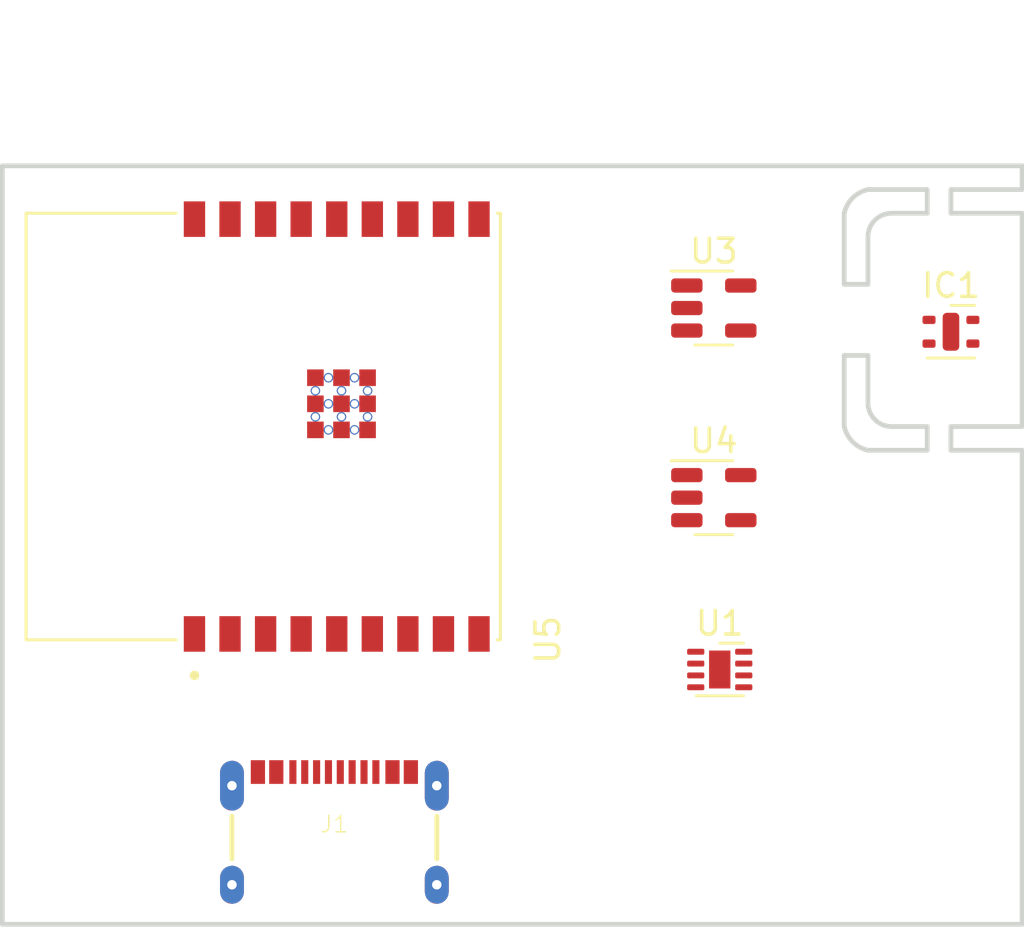
<source format=kicad_pcb>
(kicad_pcb (version 20211014) (generator pcbnew)
  (layers (0 "F.Cu" signal) (31 "B.Cu" signal) (34 "B.Paste" user) (35 "F.Paste" user) (36 "B.SilkS" user "B.Silkscreen") (37 "F.SilkS" user "F.Silkscreen") (38 "B.Mask" user) (39 "F.Mask" user) (44 "Edge.Cuts" user))
  (net 0 "")
  (net 11 "Net-(J1-PadA6)")
  (net 12 "Net-(J1-PadA7)")
  (net 14 "Net-(J1-PadGND)")
  (net 15 "Net-(J1-PadSHLD1)")
  (net 16 "Net-(J1-PadVBUS1)")
  (net 17 "Net-(U1-Pad4)")
  (net 33 "Net-(U5-Pad19)")
  (footprint "SvalBoardFootPrintLib:MODULE_ESP32-C3-WROOM-02-H4" (layer "F.Cu") (at 51 59 90)
    (fp_text reference "U5" (at -9 12 90) (layer "F.SilkS"))
    (fp_text value "ESP32-C3-WROOM-02-N4")
    (fp_line (start 9 10) (end 9 9.87) (layer "F.SilkS") (width 0.127))
    (fp_line (start -9 10) (end -9 9.87) (layer "F.SilkS") (width 0.127))
    (fp_line (start 9 -3.67) (end 9 -10) (layer "F.SilkS") (width 0.127))
    (fp_line (start 9 -10) (end -9 -10) (layer "F.SilkS") (width 0.127))
    (fp_line (start -9 -10) (end -9 -3.67) (layer "F.SilkS") (width 0.127))
    (fp_line (start -9 10) (end 9 10) (layer "F.SilkS") (width 0.127))
    (fp_circle (center -10.5 -2.9) (end -10.4 -2.9) (layer "F.SilkS") (width 0.2) (fill none))
    (pad "1" smd rect (at -8.75 -2.9 90) (size 1.5 0.9) (layers "F.Cu" "F.Paste" "F.Mask"))
    (pad "2" smd rect (at -8.75 -1.4 90) (size 1.5 0.9) (layers "F.Cu" "F.Paste" "F.Mask"))
    (pad "3" smd rect (at -8.75 0.1 90) (size 1.5 0.9) (layers "F.Cu" "F.Paste" "F.Mask"))
    (pad "4" smd rect (at -8.75 1.6 90) (size 1.5 0.9) (layers "F.Cu" "F.Paste" "F.Mask"))
    (pad "5" smd rect (at -8.75 3.1 90) (size 1.5 0.9) (layers "F.Cu" "F.Paste" "F.Mask"))
    (pad "6" smd rect (at -8.75 4.6 90) (size 1.5 0.9) (layers "F.Cu" "F.Paste" "F.Mask"))
    (pad "7" smd rect (at -8.75 6.1 90) (size 1.5 0.9) (layers "F.Cu" "F.Paste" "F.Mask"))
    (pad "8" smd rect (at -8.75 7.6 90) (size 1.5 0.9) (layers "F.Cu" "F.Paste" "F.Mask"))
    (pad "9" smd rect (at -8.75 9.1 90) (size 1.5 0.9) (layers "F.Cu" "F.Paste" "F.Mask") (net 33 "Net-(U5-Pad19)"))
    (pad "10" smd rect (at 8.75 9.1 90) (size 1.5 0.9) (layers "F.Cu" "F.Paste" "F.Mask"))
    (pad "11" smd rect (at 8.75 7.6 90) (size 1.5 0.9) (layers "F.Cu" "F.Paste" "F.Mask"))
    (pad "12" smd rect (at 8.75 6.1 90) (size 1.5 0.9) (layers "F.Cu" "F.Paste" "F.Mask"))
    (pad "13" smd rect (at 8.75 4.6 90) (size 1.5 0.9) (layers "F.Cu" "F.Paste" "F.Mask"))
    (pad "14" smd rect (at 8.75 3.1 90) (size 1.5 0.9) (layers "F.Cu" "F.Paste" "F.Mask"))
    (pad "15" smd rect (at 8.75 1.6 90) (size 1.5 0.9) (layers "F.Cu" "F.Paste" "F.Mask"))
    (pad "16" smd rect (at 8.75 0.1 90) (size 1.5 0.9) (layers "F.Cu" "F.Paste" "F.Mask"))
    (pad "17" smd rect (at 8.75 -1.4 90) (size 1.5 0.9) (layers "F.Cu" "F.Paste" "F.Mask"))
    (pad "18" smd rect (at 8.75 -2.9 90) (size 1.5 0.9) (layers "F.Cu" "F.Paste" "F.Mask"))
    (pad "19" smd rect (at -0.14 2.2 90) (size 0.7 0.7) (layers "F.Cu" "F.Paste" "F.Mask") (net 33 "Net-(U5-Pad19)"))
    (pad "20" smd rect (at 0.96 2.2 90) (size 0.7 0.7) (layers "F.Cu" "F.Paste" "F.Mask") (net 33 "Net-(U5-Pad19)"))
    (pad "21" smd rect (at 2.06 2.2 90) (size 0.7 0.7) (layers "F.Cu" "F.Paste" "F.Mask") (net 33 "Net-(U5-Pad19)"))
    (pad "22" smd rect (at -0.14 3.3 90) (size 0.7 0.7) (layers "F.Cu" "F.Paste" "F.Mask") (net 33 "Net-(U5-Pad19)"))
    (pad "23" smd rect (at 0.96 3.3 90) (size 0.7 0.7) (layers "F.Cu" "F.Paste" "F.Mask") (net 33 "Net-(U5-Pad19)"))
    (pad "24" smd rect (at 2.06 3.3 90) (size 0.7 0.7) (layers "F.Cu" "F.Paste" "F.Mask") (net 33 "Net-(U5-Pad19)"))
    (pad "25" smd rect (at -0.14 4.4 90) (size 0.7 0.7) (layers "F.Cu" "F.Paste" "F.Mask") (net 33 "Net-(U5-Pad19)"))
    (pad "26" smd rect (at 0.96 4.4 90) (size 0.7 0.7) (layers "F.Cu" "F.Paste" "F.Mask") (net 33 "Net-(U5-Pad19)"))
    (pad "27" smd rect (at 2.06 4.4 90) (size 0.7 0.7) (layers "F.Cu" "F.Paste" "F.Mask") (net 33 "Net-(U5-Pad19)"))
    (pad "28" thru_hole circle (at 0.41 2.2 90) (size 0.4 0.4) (drill 0.3) (layers *.Cu) (net 33 "Net-(U5-Pad19)"))
    (pad "29" thru_hole circle (at 1.51 2.2 90) (size 0.4 0.4) (drill 0.3) (layers *.Cu) (net 33 "Net-(U5-Pad19)"))
    (pad "30" thru_hole circle (at -0.14 2.75 90) (size 0.4 0.4) (drill 0.3) (layers *.Cu) (net 33 "Net-(U5-Pad19)"))
    (pad "31" thru_hole circle (at 0.96 2.75 90) (size 0.4 0.4) (drill 0.3) (layers *.Cu) (net 33 "Net-(U5-Pad19)"))
    (pad "32" thru_hole circle (at 2.06 2.75 90) (size 0.4 0.4) (drill 0.3) (layers *.Cu) (net 33 "Net-(U5-Pad19)"))
    (pad "33" thru_hole circle (at 0.41 3.3 90) (size 0.4 0.4) (drill 0.3) (layers *.Cu) (net 33 "Net-(U5-Pad19)"))
    (pad "34" thru_hole circle (at 1.51 3.3 90) (size 0.4 0.4) (drill 0.3) (layers *.Cu) (net 33 "Net-(U5-Pad19)"))
    (pad "35" thru_hole circle (at -0.14 3.85 90) (size 0.4 0.4) (drill 0.3) (layers *.Cu) (net 33 "Net-(U5-Pad19)"))
    (pad "36" thru_hole circle (at 0.96 3.85 90) (size 0.4 0.4) (drill 0.3) (layers *.Cu) (net 33 "Net-(U5-Pad19)"))
    (pad "37" thru_hole circle (at 2.06 3.85 90) (size 0.4 0.4) (drill 0.3) (layers *.Cu) (net 33 "Net-(U5-Pad19)"))
    (pad "38" thru_hole circle (at 0.41 4.4 90) (size 0.4 0.4) (drill 0.3) (layers *.Cu) (net 33 "Net-(U5-Pad19)"))
    (pad "39" thru_hole circle (at 1.51 4.4 90) (size 0.4 0.4) (drill 0.3) (layers *.Cu) (net 33 "Net-(U5-Pad19)"))
  )
  (footprint "SvalBoardFootPrintLib:SOT-23-5" (layer "F.Cu") (at 70 54)
    (fp_text reference "U3" (at 0 -2.4) (layer "F.SilkS"))
    (fp_text value "MCP73831")
    (fp_line (start 0 1.56) (end -0.8 1.56) (layer "F.SilkS") (width 0.12))
    (fp_line (start 0 -1.56) (end 0.8 -1.56) (layer "F.SilkS") (width 0.12))
    (fp_line (start 0 -1.56) (end -1.8 -1.56) (layer "F.SilkS") (width 0.12))
    (fp_line (start 0 1.56) (end 0.8 1.56) (layer "F.SilkS") (width 0.12))
    (pad "1" smd roundrect (at -1.1375 -0.95) (size 1.325 0.6) (layers "F.Cu" "F.Paste" "F.Mask"))
    (pad "2" smd roundrect (at -1.1375 0) (size 1.325 0.6) (layers "F.Cu" "F.Paste" "F.Mask"))
    (pad "3" smd roundrect (at -1.1375 0.95) (size 1.325 0.6) (layers "F.Cu" "F.Paste" "F.Mask"))
    (pad "4" smd roundrect (at 1.1375 0.95) (size 1.325 0.6) (layers "F.Cu" "F.Paste" "F.Mask"))
    (pad "5" smd roundrect (at 1.1375 -0.95) (size 1.325 0.6) (layers "F.Cu" "F.Paste" "F.Mask"))
  )
  (footprint "SvalBoardFootPrintLib:DFN-8-1EP_2x2mm_P0.5mm_EP0.9x1.6mm" (layer "F.Cu") (at 70.25 69.25)
    (fp_text reference "U1" (at 0 -1.95) (layer "F.SilkS"))
    (fp_text value "MAX17048DFN8")
    (fp_line (start 0 -1.11) (end 1 -1.11) (layer "F.SilkS") (width 0.12))
    (fp_line (start -1 1.11) (end 1 1.11) (layer "F.SilkS") (width 0.12))
    (pad "1" smd roundrect (at -1.0125 -0.75) (size 0.725 0.25) (layers "F.Cu" "F.Paste" "F.Mask"))
    (pad "2" smd roundrect (at -1.0125 -0.25) (size 0.725 0.25) (layers "F.Cu" "F.Paste" "F.Mask"))
    (pad "3" smd roundrect (at -1.0125 0.25) (size 0.725 0.25) (layers "F.Cu" "F.Paste" "F.Mask"))
    (pad "4" smd roundrect (at -1.0125 0.75) (size 0.725 0.25) (layers "F.Cu" "F.Paste" "F.Mask") (net 17 "Net-(U1-Pad4)"))
    (pad "5" smd roundrect (at 1.0125 0.75) (size 0.725 0.25) (layers "F.Cu" "F.Paste" "F.Mask"))
    (pad "6" smd roundrect (at 1.0125 0.25) (size 0.725 0.25) (layers "F.Cu" "F.Paste" "F.Mask"))
    (pad "7" smd roundrect (at 1.0125 -0.25) (size 0.725 0.25) (layers "F.Cu" "F.Paste" "F.Mask"))
    (pad "8" smd roundrect (at 1.0125 -0.75) (size 0.725 0.25) (layers "F.Cu" "F.Paste" "F.Mask"))
    (pad "9" smd rect (at 0 0) (size 0.9 1.6) (layers "F.Cu" "F.Mask") (net 17 "Net-(U1-Pad4)"))
  )
  (footprint "SvalBoardFootPrintLib:SOT-23-5" (layer "F.Cu") (at 70 62)
    (fp_text reference "U4" (at 0 -2.4) (layer "F.SilkS"))
    (fp_text value "XC6222B331MR-G")
    (fp_line (start 0 -1.56) (end -1.8 -1.56) (layer "F.SilkS") (width 0.12))
    (fp_line (start 0 -1.56) (end 0.8 -1.56) (layer "F.SilkS") (width 0.12))
    (fp_line (start 0 1.56) (end -0.8 1.56) (layer "F.SilkS") (width 0.12))
    (fp_line (start 0 1.56) (end 0.8 1.56) (layer "F.SilkS") (width 0.12))
    (pad "1" smd roundrect (at -1.1375 -0.95) (size 1.325 0.6) (layers "F.Cu" "F.Paste" "F.Mask"))
    (pad "2" smd roundrect (at -1.1375 0) (size 1.325 0.6) (layers "F.Cu" "F.Paste" "F.Mask"))
    (pad "3" smd roundrect (at -1.1375 0.95) (size 1.325 0.6) (layers "F.Cu" "F.Paste" "F.Mask"))
    (pad "4" smd roundrect (at 1.1375 0.95) (size 1.325 0.6) (layers "F.Cu" "F.Paste" "F.Mask"))
    (pad "5" smd roundrect (at 1.1375 -0.95) (size 1.325 0.6) (layers "F.Cu" "F.Paste" "F.Mask"))
  )
  (footprint "SvalBoardFootPrintLib:USB-C-16P-2LAYER-PADS" (layer "F.Cu") (at 54 73.2369)
    (fp_text reference "J1" (at 0 2.54) (layer "F.SilkS") (effects (font (size 0.70104 0.70104) (thickness 0.06096))))
    (fp_text value "USB_C_2-LAYER_PADS")
    (fp_poly (pts (xy -4.187285 4.307166) (xy -4.065478 4.35762) (xy -3.960881 4.437881) (xy -3.88062 4.542478) (xy -3.830166 4.664285) (xy -3.813 4.794672) (xy -3.813 5.395328) (xy -3.830166 5.525715) (xy -3.88062 5.647522) (xy -3.960881 5.752119) (xy -4.065478 5.83238) (xy -4.187285 5.882834) (xy -4.318 5.900043) (xy -4.448715 5.882834) (xy -4.570522 5.83238) (xy -4.675119 5.752119) (xy -4.755585 5.647255) (xy -4.823 5.395658) (xy -4.823 4.794672) (xy -4.805834 4.664285) (xy -4.75538 4.542478) (xy -4.675119 4.437881) (xy -4.570255 4.357415) (xy -4.318333 4.289913)) (layer "F.Cu") (width 0) (fill solid))
    (fp_poly (pts (xy 4.448715 -0.122834) (xy 4.570522 -0.07238) (xy 4.675119 0.007881) (xy 4.75538 0.112478) (xy 4.805834 0.234285) (xy 4.823 0.364672) (xy 4.823 1.465328) (xy 4.805834 1.595715) (xy 4.75538 1.717522) (xy 4.675119 1.822119) (xy 4.570522 1.90238) (xy 4.448715 1.952834) (xy 4.318 1.970043) (xy 4.187285 1.952834) (xy 4.065478 1.90238) (xy 3.960881 1.822119) (xy 3.880415 1.717255) (xy 3.813 1.465658) (xy 3.813 0.364672) (xy 3.830166 0.234285) (xy 3.88062 0.112478) (xy 3.960881 0.007881) (xy 4.065745 -0.072585) (xy 4.317667 -0.140087)) (layer "F.Cu") (width 0) (fill solid))
    (fp_poly (pts (xy -4.187285 -0.122834) (xy -4.065478 -0.07238) (xy -3.960881 0.007881) (xy -3.88062 0.112478) (xy -3.830166 0.234285) (xy -3.813 0.364672) (xy -3.813 1.465328) (xy -3.830166 1.595715) (xy -3.88062 1.717522) (xy -3.960881 1.822119) (xy -4.065478 1.90238) (xy -4.187285 1.952834) (xy -4.318 1.970043) (xy -4.448715 1.952834) (xy -4.570522 1.90238) (xy -4.675119 1.822119) (xy -4.755585 1.717255) (xy -4.823 1.465658) (xy -4.823 0.364672) (xy -4.805834 0.234285) (xy -4.75538 0.112478) (xy -4.675119 0.007881) (xy -4.570255 -0.072585) (xy -4.318333 -0.140087)) (layer "F.Cu") (width 0) (fill solid))
    (fp_poly (pts (xy 4.448715 4.307166) (xy 4.570522 4.35762) (xy 4.675119 4.437881) (xy 4.75538 4.542478) (xy 4.805834 4.664285) (xy 4.823 4.794672) (xy 4.823 5.395328) (xy 4.805834 5.525715) (xy 4.75538 5.647522) (xy 4.675119 5.752119) (xy 4.570522 5.83238) (xy 4.448715 5.882834) (xy 4.318 5.900043) (xy 4.187285 5.882834) (xy 4.065478 5.83238) (xy 3.960881 5.752119) (xy 3.880415 5.647255) (xy 3.813 5.395658) (xy 3.813 4.794672) (xy 3.830166 4.664285) (xy 3.88062 4.542478) (xy 3.960881 4.437881) (xy 4.065745 4.357415) (xy 4.317667 4.289913)) (layer "F.Cu") (width 0) (fill solid))
    (fp_poly (pts (xy 4.448715 4.307166) (xy 4.570522 4.35762) (xy 4.675119 4.437881) (xy 4.75538 4.542478) (xy 4.805834 4.664285) (xy 4.823 4.794672) (xy 4.823 5.395328) (xy 4.805834 5.525715) (xy 4.75538 5.647522) (xy 4.675119 5.752119) (xy 4.570522 5.83238) (xy 4.448715 5.882834) (xy 4.317667 5.900087) (xy 4.065745 5.832585) (xy 3.960881 5.752119) (xy 3.88062 5.647522) (xy 3.830166 5.525715) (xy 3.813 5.395328) (xy 3.813 4.794672) (xy 3.830166 4.664285) (xy 3.88062 4.542478) (xy 3.960881 4.437881) (xy 4.065478 4.35762) (xy 4.187285 4.307166) (xy 4.318 4.289957)) (layer "B.Cu") (width 0) (fill solid))
    (fp_poly (pts (xy -4.187285 -0.122834) (xy -4.065478 -0.07238) (xy -3.960881 0.007881) (xy -3.88062 0.112478) (xy -3.830166 0.234285) (xy -3.813 0.364672) (xy -3.813 1.465328) (xy -3.830166 1.595715) (xy -3.88062 1.717522) (xy -3.960881 1.822119) (xy -4.065478 1.90238) (xy -4.187285 1.952834) (xy -4.318333 1.970087) (xy -4.570255 1.902585) (xy -4.675119 1.822119) (xy -4.75538 1.717522) (xy -4.805834 1.595715) (xy -4.823 1.465328) (xy -4.823 0.364672) (xy -4.805834 0.234285) (xy -4.75538 0.112478) (xy -4.675119 0.007881) (xy -4.570522 -0.07238) (xy -4.448715 -0.122834) (xy -4.318 -0.140043)) (layer "B.Cu") (width 0) (fill solid))
    (fp_poly (pts (xy -4.187285 4.307166) (xy -4.065478 4.35762) (xy -3.960881 4.437881) (xy -3.88062 4.542478) (xy -3.830166 4.664285) (xy -3.813 4.794672) (xy -3.813 5.395328) (xy -3.830166 5.525715) (xy -3.88062 5.647522) (xy -3.960881 5.752119) (xy -4.065478 5.83238) (xy -4.187285 5.882834) (xy -4.318333 5.900087) (xy -4.570255 5.832585) (xy -4.675119 5.752119) (xy -4.75538 5.647522) (xy -4.805834 5.525715) (xy -4.823 5.395328) (xy -4.823 4.794672) (xy -4.805834 4.664285) (xy -4.75538 4.542478) (xy -4.675119 4.437881) (xy -4.570522 4.35762) (xy -4.448715 4.307166) (xy -4.318 4.289957)) (layer "B.Cu") (width 0) (fill solid))
    (fp_poly (pts (xy 4.448715 -0.122834) (xy 4.570522 -0.07238) (xy 4.675119 0.007881) (xy 4.75538 0.112478) (xy 4.805834 0.234285) (xy 4.823 0.364672) (xy 4.823 1.465328) (xy 4.805834 1.595715) (xy 4.75538 1.717522) (xy 4.675119 1.822119) (xy 4.570522 1.90238) (xy 4.448715 1.952834) (xy 4.317667 1.970087) (xy 4.065745 1.902585) (xy 3.960881 1.822119) (xy 3.88062 1.717522) (xy 3.830166 1.595715) (xy 3.813 1.465328) (xy 3.813 0.364672) (xy 3.830166 0.234285) (xy 3.88062 0.112478) (xy 3.960881 0.007881) (xy 4.065478 -0.07238) (xy 4.187285 -0.122834) (xy 4.318 -0.140043)) (layer "B.Cu") (width 0) (fill solid))
    (fp_line (start -4.32 2.2) (end -4.32 4) (layer "F.SilkS") (width 0.2032))
    (fp_line (start 4.32 2.2) (end 4.32 4) (layer "F.SilkS") (width 0.2032))
    (pad "" np_thru_hole circle (at -2.89 1.445) (size 0.65 0.65) (drill 0.65) (layers *.Cu *.Mask))
    (pad "" np_thru_hole circle (at 2.89 1.445) (size 0.65 0.65) (drill 0.65) (layers *.Cu *.Mask))
    (pad "A5" smd rect (at -1.25 0.34 180) (size 0.3 1) (layers "F.Cu" "F.Paste" "F.Mask"))
    (pad "A6" smd rect (at -0.25 0.34 180) (size 0.3 1) (layers "F.Cu" "F.Paste" "F.Mask") (net 11 "Net-(J1-PadA6)"))
    (pad "A7" smd rect (at 0.25 0.34) (size 0.3 1) (layers "F.Cu" "F.Paste" "F.Mask") (net 12 "Net-(J1-PadA7)"))
    (pad "A8" smd rect (at 1.25 0.34) (size 0.3 1) (layers "F.Cu" "F.Paste" "F.Mask"))
    (pad "B5" smd rect (at 1.75 0.34) (size 0.3 1) (layers "F.Cu" "F.Paste" "F.Mask"))
    (pad "B6" smd rect (at 0.75 0.34) (size 0.3 1) (layers "F.Cu" "F.Paste" "F.Mask") (net 11 "Net-(J1-PadA6)"))
    (pad "B7" smd rect (at -0.75 0.34 180) (size 0.3 1) (layers "F.Cu" "F.Paste" "F.Mask") (net 12 "Net-(J1-PadA7)"))
    (pad "B8" smd rect (at -1.75 0.34 180) (size 0.3 1) (layers "F.Cu" "F.Paste" "F.Mask"))
    (pad "GND" smd rect (at -3.225 0.34 180) (size 0.6 1) (layers "F.Cu" "F.Paste" "F.Mask") (net 14 "Net-(J1-PadGND)"))
    (pad "GND2" smd rect (at 3.225 0.34) (size 0.6 1) (layers "F.Cu" "F.Paste" "F.Mask") (net 14 "Net-(J1-PadGND)"))
    (pad "SHLD1" thru_hole oval (at -4.318 0.915 90) (size 1.2 0.6) (drill 0.4) (layers *.Cu) (net 15 "Net-(J1-PadSHLD1)"))
    (pad "SHLD2" thru_hole oval (at 4.318 0.915 90) (size 1.2 0.6) (drill 0.4) (layers *.Cu) (net 15 "Net-(J1-PadSHLD1)"))
    (pad "SHLD3" thru_hole oval (at -4.318 5.095 90) (size 1.2 0.6) (drill 0.4) (layers *.Cu) (net 15 "Net-(J1-PadSHLD1)"))
    (pad "SHLD4" thru_hole oval (at 4.318 5.095 90) (size 1.2 0.6) (drill 0.4) (layers *.Cu) (net 15 "Net-(J1-PadSHLD1)"))
    (pad "VBUS1" smd rect (at -2.45 0.34 180) (size 0.6 1) (layers "F.Cu" "F.Paste" "F.Mask") (net 16 "Net-(J1-PadVBUS1)"))
    (pad "VBUS2" smd rect (at 2.45 0.34) (size 0.6 1) (layers "F.Cu" "F.Paste" "F.Mask") (net 16 "Net-(J1-PadVBUS1)"))
  )
  (footprint "SvalBoardFootPrintLib:Sensirion_DFN-4-1EP_2x2mm_P1mm_EP0.7x1.6mm" (layer "F.Cu") (at 80 55)
    (fp_text reference "IC1" (at 0 -1.95) (layer "F.SilkS"))
    (fp_text value "SHTC3")
    (fp_line (start 0 -1.11) (end 1 -1.11) (layer "F.SilkS") (width 0.12))
    (fp_line (start -1 1.11) (end 1 1.11) (layer "F.SilkS") (width 0.12))
    (pad "1" smd roundrect (at -0.925 -0.5) (size 0.55 0.35) (layers "F.Cu" "F.Mask"))
    (pad "2" smd roundrect (at -0.925 0.5) (size 0.55 0.35) (layers "F.Cu" "F.Mask"))
    (pad "3" smd roundrect (at 0.925 0.5) (size 0.55 0.35) (layers "F.Cu" "F.Mask"))
    (pad "4" smd roundrect (at 0.925 -0.5) (size 0.55 0.35) (layers "F.Cu" "F.Mask"))
    (pad "5" smd roundrect (at 0 0) (size 0.7 1.6) (layers "F.Cu" "F.Mask"))
  )
  (gr_line (start 76.5 60) (end 79 60) (layer "Edge.Cuts") (width 0.2))
  (gr_line (start 79 49) (end 76.5 49) (layer "Edge.Cuts") (width 0.2))
  (gr_line (start 75.5 56) (end 75.500001 59) (layer "Edge.Cuts") (width 0.2))
  (gr_line (start 80 49) (end 80 50) (layer "Edge.Cuts") (width 0.2))
  (gr_line (start 83 59) (end 80 59) (layer "Edge.Cuts") (width 0.2))
  (gr_line (start 40 48) (end 40 80) (layer "Edge.Cuts") (width 0.2))
  (gr_line (start 40 80) (end 83 80) (layer "Edge.Cuts") (width 0.2))
  (gr_line (start 83 59) (end 83 50) (layer "Edge.Cuts") (width 0.2))
  (gr_line (start 76.5 51) (end 76.5 53) (layer "Edge.Cuts") (width 0.2))
  (gr_line (start 79 59) (end 79 60) (layer "Edge.Cuts") (width 0.2))
  (gr_line (start 75.5 53) (end 76.5 53) (layer "Edge.Cuts") (width 0.2))
  (gr_line (start 80 59) (end 80 60) (layer "Edge.Cuts") (width 0.2))
  (gr_line (start 83 49) (end 83 48) (layer "Edge.Cuts") (width 0.2))
  (gr_line (start 76.5 58) (end 76.5 56) (layer "Edge.Cuts") (width 0.2))
  (gr_line (start 79 59) (end 77.5 59) (layer "Edge.Cuts") (width 0.2))
  (gr_arc (start 75.500001 50) (mid 75.855516 49.355516) (end 76.5 49.000001) (layer "Edge.Cuts") (width 0.2))
  (gr_line (start 79 49) (end 79 50) (layer "Edge.Cuts") (width 0.2))
  (gr_line (start 80 60) (end 83 60) (layer "Edge.Cuts") (width 0.2))
  (gr_line (start 77.5 50) (end 79 50) (layer "Edge.Cuts") (width 0.2))
  (gr_line (start 83 49) (end 80 49) (layer "Edge.Cuts") (width 0.2))
  (gr_arc (start 76.5 51) (mid 76.792893 50.292893) (end 77.5 50) (layer "Edge.Cuts") (width 0.2))
  (gr_arc (start 76.5 59.999999) (mid 75.855516 59.644484) (end 75.500001 59) (layer "Edge.Cuts") (width 0.2))
  (gr_line (start 83 80) (end 83 60) (layer "Edge.Cuts") (width 0.2))
  (gr_line (start 76.5 56) (end 75.5 56) (layer "Edge.Cuts") (width 0.2))
  (gr_arc (start 77.5 59) (mid 76.792893 58.707107) (end 76.5 58) (layer "Edge.Cuts") (width 0.2))
  (gr_line (start 80 50) (end 83 50) (layer "Edge.Cuts") (width 0.2))
  (gr_line (start 75.500001 50) (end 75.5 53) (layer "Edge.Cuts") (width 0.2))
  (gr_line (start 83 48) (end 40 48) (layer "Edge.Cuts") (width 0.2))
)
</source>
